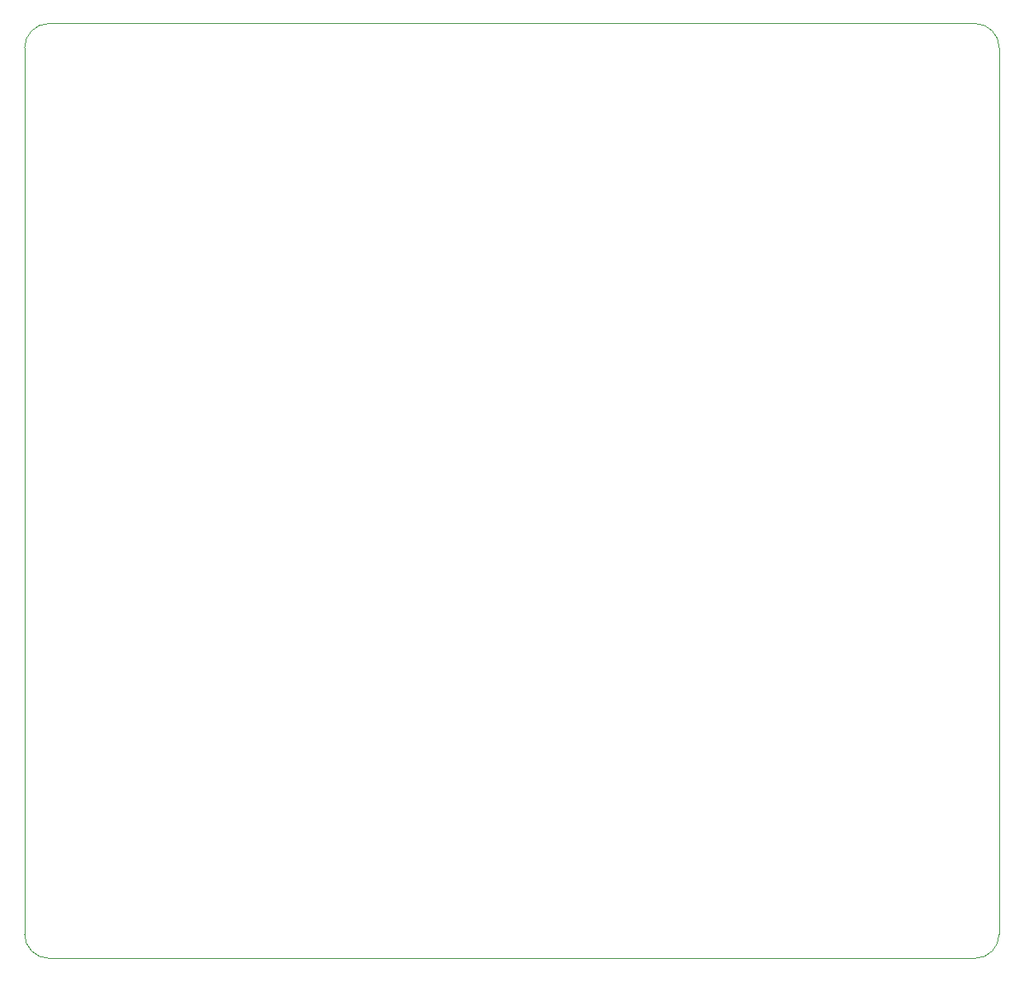
<source format=gm1>
G04 #@! TF.GenerationSoftware,KiCad,Pcbnew,8.0.4*
G04 #@! TF.CreationDate,2024-08-02T19:36:34-07:00*
G04 #@! TF.ProjectId,backlight,6261636b-6c69-4676-9874-2e6b69636164,rev?*
G04 #@! TF.SameCoordinates,Original*
G04 #@! TF.FileFunction,Profile,NP*
%FSLAX46Y46*%
G04 Gerber Fmt 4.6, Leading zero omitted, Abs format (unit mm)*
G04 Created by KiCad (PCBNEW 8.0.4) date 2024-08-02 19:36:34*
%MOMM*%
%LPD*%
G01*
G04 APERTURE LIST*
G04 #@! TA.AperFunction,Profile*
%ADD10C,0.050000*%
G04 #@! TD*
G04 APERTURE END LIST*
D10*
X84500000Y-52000000D02*
X179500000Y-52000000D01*
X179500000Y-52000000D02*
G75*
G02*
X182000000Y-54500000I0J-2500000D01*
G01*
X82000000Y-54500000D02*
G75*
G02*
X84500000Y-52000000I2500000J0D01*
G01*
X84500000Y-148000000D02*
G75*
G02*
X82000000Y-145500000I0J2500000D01*
G01*
X82000000Y-145500000D02*
X82000000Y-54500000D01*
X179500000Y-148000000D02*
X84500000Y-148000000D01*
X182000000Y-54500000D02*
X182000000Y-145500000D01*
X182000000Y-145500000D02*
G75*
G02*
X179500000Y-148000000I-2500000J0D01*
G01*
M02*

</source>
